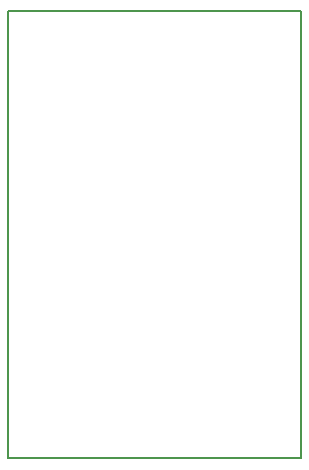
<source format=gbr>
G04 #@! TF.GenerationSoftware,KiCad,Pcbnew,(2017-08-16 revision 90873a101)-master*
G04 #@! TF.CreationDate,2017-12-27T22:47:25+02:00*
G04 #@! TF.ProjectId,esp-environment-sensors,6573702D656E7669726F6E6D656E742D,rev?*
G04 #@! TF.SameCoordinates,Original*
G04 #@! TF.FileFunction,Profile,NP*
%FSLAX46Y46*%
G04 Gerber Fmt 4.6, Leading zero omitted, Abs format (unit mm)*
G04 Created by KiCad (PCBNEW (2017-08-16 revision 90873a101)-master) date Wed Dec 27 22:47:25 2017*
%MOMM*%
%LPD*%
G01*
G04 APERTURE LIST*
%ADD10C,0.150000*%
G04 APERTURE END LIST*
D10*
X104000000Y-140000000D02*
X104000000Y-102200000D01*
X128800000Y-140000000D02*
X104000000Y-140000000D01*
X128800000Y-102200000D02*
X128800000Y-140000000D01*
X104000000Y-102200000D02*
X128800000Y-102200000D01*
M02*

</source>
